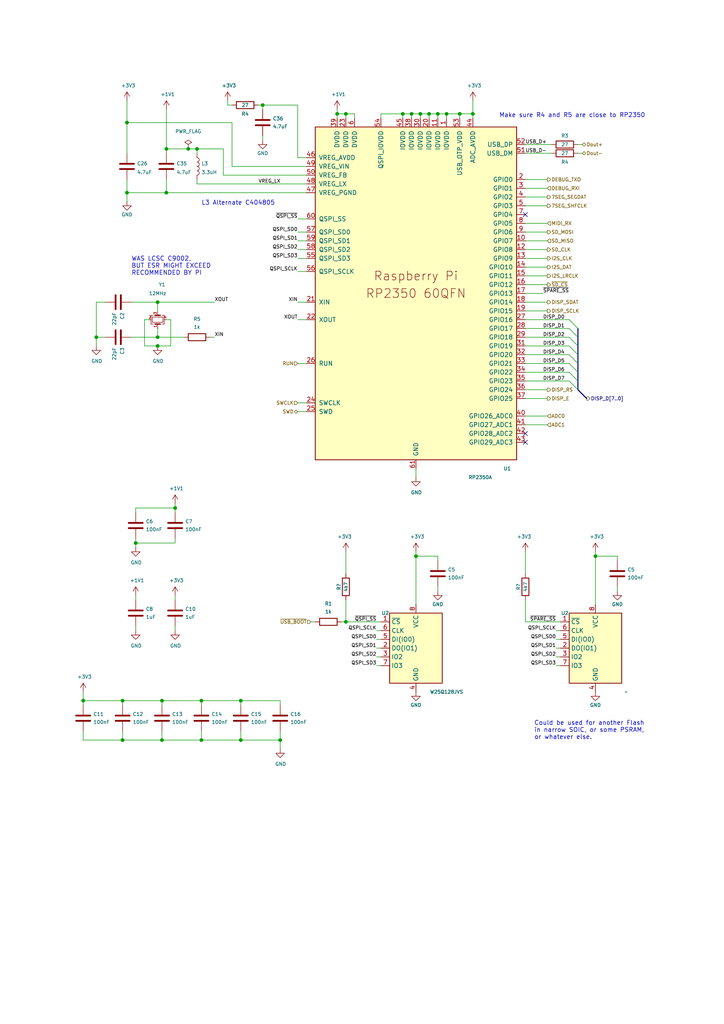
<source format=kicad_sch>
(kicad_sch (version 20230121) (generator eeschema)
  (paper "A4" portrait)
  (title_block (title "Dedicated HW for picoX7") (date "2025-03-04") (rev "0.1.1a") (company "https://github.com/GeorgeRudolf/picoX7"))
  (lib_symbols
    (symbol "Device:C" (pin_numbers hide) (pin_names (offset 0.254))
      (property "Reference" "C" (at 0.635 2.54 0))
      (property "Value" "C" (at 0.635 -2.54 0))
      (symbol "C_0_1"
        (polyline (pts (xy -2.032 -0.762) (xy 2.032 -0.762)) (stroke (width 0.508)))
        (polyline (pts (xy -2.032 0.762) (xy 2.032 0.762)) (stroke (width 0.508)))
      )
      (symbol "C_1_1"
        (pin passive line (at 0 3.81 270) (length 2.794) (name "~") (number "1"))
        (pin passive line (at 0 -3.81 90) (length 2.794) (name "~") (number "2"))
      )
    )
    (symbol "Device:Crystal_GND24_Small" (pin_names (offset 1.016) hide)
      (property "Reference" "Y" (at 1.27 4.445 0))
      (property "Value" "Crystal_GND24_Small" (at 1.27 2.54 0))
      (symbol "Crystal_GND24_Small_0_1"
        (rectangle (start -0.762 -1.524) (end 0.762 1.524))
        (polyline (pts (xy -1.27 -0.762) (xy -1.27 0.762)) (stroke (width 0.381)))
        (polyline (pts (xy 1.27 -0.762) (xy 1.27 0.762)) (stroke (width 0.381)))
        (polyline (pts (xy -1.27 -1.27) (xy -1.27 -1.905) (xy 1.27 -1.905) (xy 1.27 -1.27)))
        (polyline (pts (xy -1.27 1.27) (xy -1.27 1.905) (xy 1.27 1.905) (xy 1.27 1.27)))
      )
      (symbol "Crystal_GND24_Small_1_1"
        (pin passive line (at -2.54 0 0) (length 1.27) (name "1") (number "1"))
        (pin passive line (at 0 -2.54 90) (length 0.635) (name "2") (number "2"))
        (pin passive line (at 2.54 0 180) (length 1.27) (name "3") (number "3"))
        (pin passive line (at 0 2.54 270) (length 0.635) (name "4") (number "4"))
      )
    )
    (symbol "Device:L" (pin_numbers hide) (pin_names (offset 1.016) hide)
      (property "Reference" "L" (at -1.27 0 90))
      (property "Value" "L" (at 1.905 0 90))
      (symbol "L_0_1"
        (arc (start 0 -2.54) (mid 0.6323 -1.905) (end 0 -1.27))
        (arc (start 0 -1.27) (mid 0.6323 -0.635) (end 0 0))
        (arc (start 0 0) (mid 0.6323 0.635) (end 0 1.27))
        (arc (start 0 1.27) (mid 0.6323 1.905) (end 0 2.54))
      )
      (symbol "L_1_1"
        (pin passive line (at 0 3.81 270) (length 1.27) (name "1") (number "1"))
        (pin passive line (at 0 -3.81 90) (length 1.27) (name "2") (number "2"))
      )
    )
    (symbol "Device:R" (pin_numbers hide) (pin_names (offset 0))
      (property "Reference" "R" (at 2.032 0 90))
      (property "Value" "R" (at 0 0 90))
      (symbol "R_0_1"
        (rectangle (start -1.016 -2.54) (end 1.016 2.54) (stroke (width 0.254)))
      )
      (symbol "R_1_1"
        (pin passive line (at 0 3.81 270) (length 1.27) (name "~") (number "1"))
        (pin passive line (at 0 -3.81 90) (length 1.27) (name "~") (number "2"))
      )
    )
    (symbol "Memory_Flash:W25Q128JVS"
      (property "Reference" "U" (at -8.89 8.89 0))
      (property "Value" "W25Q128JVS" (at 7.62 8.89 0))
      (symbol "W25Q128JVS_0_1"
        (rectangle (start -7.62 10.16) (end 7.62 -10.16) (stroke (width 0.254)) (fill (type background)))
      )
      (symbol "W25Q128JVS_1_1"
        (pin input line (at -10.16 7.62 0) (length 2.54) (name "~{CS}") (number "1"))
        (pin bidirectional line (at -10.16 0 0) (length 2.54) (name "DO(IO1)") (number "2"))
        (pin bidirectional line (at -10.16 -2.54 0) (length 2.54) (name "IO2") (number "3"))
        (pin power_in line (at 0 -12.7 90) (length 2.54) (name "GND") (number "4"))
        (pin bidirectional line (at -10.16 2.54 0) (length 2.54) (name "DI(IO0)") (number "5"))
        (pin input line (at -10.16 5.08 0) (length 2.54) (name "CLK") (number "6"))
        (pin bidirectional line (at -10.16 -5.08 0) (length 2.54) (name "IO3") (number "7"))
        (pin power_in line (at 0 12.7 270) (length 2.54) (name "VCC") (number "8"))
      )
    )
    (symbol "picoX7:RP2350_60QFN" (pin_names (offset 1.016))
      (property "Reference" "U1" (at 25.4 -50.8 0))
      (property "Value" "RP2350_60QFN" (at 15.24 -53.34 0))
      (symbol "RP2350_60QFN_0_0"
        (text "Raspberry Pi" (at 0 5.08 0) (effects (font (size 2.54 2.54))))
        (text "RP2350 60QFN" (at 0 0 0) (effects (font (size 2.54 2.54))))
      )
      (symbol "RP2350_60QFN_0_1"
        (rectangle (start 29.21 48.26) (end -29.21 -48.26) (stroke (width 0.254)) (fill (type background)))
      )
      (symbol "RP2350_60QFN_1_1"
        (pin power_in line (at 8.89 50.8 270) (length 2.54) (name "IOVDD") (number "1"))
        (pin bidirectional line (at 31.75 15.24 180) (length 2.54) (name "GPIO7") (number "10"))
        (pin power_in line (at 6.35 50.8 270) (length 2.54) (name "IOVDD") (number "11"))
        (pin bidirectional line (at 31.75 12.7 180) (length 2.54) (name "GPIO8") (number "12"))
        (pin bidirectional line (at 31.75 10.16 180) (length 2.54) (name "GPIO9") (number "13"))
        (pin bidirectional line (at 31.75 7.62 180) (length 2.54) (name "GPIO10") (number "14"))
        (pin bidirectional line (at 31.75 5.08 180) (length 2.54) (name "GPIO11") (number "15"))
        (pin bidirectional line (at 31.75 2.54 180) (length 2.54) (name "GPIO12") (number "16"))
        (pin bidirectional line (at 31.75 0 180) (length 2.54) (name "GPIO13") (number "17"))
        (pin bidirectional line (at 31.75 -2.54 180) (length 2.54) (name "GPIO14") (number "18"))
        (pin bidirectional line (at 31.75 -5.08 180) (length 2.54) (name "GPIO15") (number "19"))
        (pin bidirectional line (at 31.75 33.02 180) (length 2.54) (name "GPIO0") (number "2"))
        (pin power_in line (at 3.81 50.8 270) (length 2.54) (name "IOVDD") (number "20"))
        (pin input line (at -31.75 -2.54 0) (length 2.54) (name "XIN") (number "21"))
        (pin passive line (at -31.75 -7.62 0) (length 2.54) (name "XOUT") (number "22"))
        (pin power_in line (at -20.32 50.8 270) (length 2.54) (name "DVDD") (number "23"))
        (pin output line (at -31.75 -31.75 0) (length 2.54) (name "SWCLK") (number "24"))
        (pin bidirectional line (at -31.75 -34.29 0) (length 2.54) (name "SWD") (number "25"))
        (pin input line (at -31.75 -20.32 0) (length 2.54) (name "RUN") (number "26"))
        (pin bidirectional line (at 31.75 -7.62 180) (length 2.54) (name "GPIO16") (number "27"))
        (pin bidirectional line (at 31.75 -10.16 180) (length 2.54) (name "GPIO17") (number "28"))
        (pin bidirectional line (at 31.75 -12.7 180) (length 2.54) (name "GPIO18") (number "29"))
        (pin bidirectional line (at 31.75 30.48 180) (length 2.54) (name "GPIO1") (number "3"))
        (pin power_in line (at 1.27 50.8 270) (length 2.54) (name "IOVDD") (number "30"))
        (pin bidirectional line (at 31.75 -15.24 180) (length 2.54) (name "GPIO19") (number "31"))
        (pin bidirectional line (at 31.75 -17.78 180) (length 2.54) (name "GPIO20") (number "32"))
        (pin bidirectional line (at 31.75 -20.32 180) (length 2.54) (name "GPIO21") (number "33"))
        (pin bidirectional line (at 31.75 -22.86 180) (length 2.54) (name "GPIO22") (number "34"))
        (pin bidirectional line (at 31.75 -25.4 180) (length 2.54) (name "GPIO23") (number "35"))
        (pin bidirectional line (at 31.75 -27.94 180) (length 2.54) (name "GPIO24") (number "36"))
        (pin bidirectional line (at 31.75 -30.48 180) (length 2.54) (name "GPIO25") (number "37"))
        (pin power_in line (at -1.27 50.8 270) (length 2.54) (name "IOVDD") (number "38"))
        (pin power_in line (at -22.86 50.8 270) (length 2.54) (name "DVDD") (number "39"))
        (pin bidirectional line (at 31.75 27.94 180) (length 2.54) (name "GPIO2") (number "4"))
        (pin bidirectional line (at 31.75 -35.56 180) (length 2.54) (name "GPIO26_ADC0") (number "40"))
        (pin bidirectional line (at 31.75 -38.1 180) (length 2.54) (name "GPIO27_ADC1") (number "41"))
        (pin bidirectional line (at 31.75 -40.64 180) (length 2.54) (name "GPIO28_ADC2") (number "42"))
        (pin bidirectional line (at 31.75 -43.18 180) (length 2.54) (name "GPIO29_ADC3") (number "43"))
        (pin power_in line (at 16.51 50.8 270) (length 2.54) (name "ADC_AVDD") (number "44"))
        (pin power_in line (at -3.81 50.8 270) (length 2.54) (name "IOVDD") (number "45"))
        (pin power_in line (at -31.75 39.37 0) (length 2.54) (name "VREG_AVDD") (number "46"))
        (pin power_in line (at -31.75 29.21 0) (length 2.54) (name "VREG_PGND") (number "47"))
        (pin power_out line (at -31.75 31.75 0) (length 2.54) (name "VREG_LX") (number "48"))
        (pin power_in line (at -31.75 36.83 0) (length 2.54) (name "VREG_VIN") (number "49"))
        (pin bidirectional line (at 31.75 25.4 180) (length 2.54) (name "GPIO3") (number "5"))
        (pin input line (at -31.75 34.29 0) (length 2.54) (name "VREG_FB") (number "50"))
        (pin bidirectional line (at 31.75 40.64 180) (length 2.54) (name "USB_DM") (number "51"))
        (pin bidirectional line (at 31.75 43.18 180) (length 2.54) (name "USB_DP") (number "52"))
        (pin power_in line (at 12.7 50.8 270) (length 2.54) (name "USB_OTP_VDD") (number "53"))
        (pin power_in line (at -10.16 50.8 270) (length 2.54) (name "QSPI_IOVDD") (number "54"))
        (pin bidirectional line (at -31.75 10.16 0) (length 2.54) (name "QSPI_SD3") (number "55"))
        (pin output line (at -31.75 6.35 0) (length 2.54) (name "QSPI_SCLK") (number "56"))
        (pin bidirectional line (at -31.75 17.78 0) (length 2.54) (name "QSPI_SD0") (number "57"))
        (pin bidirectional line (at -31.75 12.7 0) (length 2.54) (name "QSPI_SD2") (number "58"))
        (pin bidirectional line (at -31.75 15.24 0) (length 2.54) (name "QSPI_SD1") (number "59"))
        (pin power_in line (at -17.78 50.8 270) (length 2.54) (name "DVDD") (number "6"))
        (pin bidirectional line (at -31.75 21.59 0) (length 2.54) (name "QSPI_SS") (number "60"))
        (pin power_in line (at 0 -50.8 90) (length 2.54) (name "GND") (number "61"))
        (pin bidirectional line (at 31.75 22.86 180) (length 2.54) (name "GPIO4") (number "7"))
        (pin bidirectional line (at 31.75 20.32 180) (length 2.54) (name "GPIO5") (number "8"))
        (pin bidirectional line (at 31.75 17.78 180) (length 2.54) (name "GPIO6") (number "9"))
      )
    )
    (symbol "power:+1V1" (power) (pin_names (offset 0))
      (property "Value" "+1V1" (at 0 3.556 0))
      (symbol "+1V1_0_1"
        (polyline (pts (xy -0.762 1.27) (xy 0 2.54)))
        (polyline (pts (xy 0 0) (xy 0 2.54)))
        (polyline (pts (xy 0 2.54) (xy 0.762 1.27)))
      )
      (symbol "+1V1_1_1"
        (pin power_in line (at 0 0 90) (length 0) hide (name "+1V1") (number "1"))
      )
    )
    (symbol "power:+3V3" (power) (pin_names (offset 0))
      (property "Value" "+3V3" (at 0 3.556 0))
      (symbol "+3V3_0_1"
        (polyline (pts (xy -0.762 1.27) (xy 0 2.54)))
        (polyline (pts (xy 0 0) (xy 0 2.54)))
        (polyline (pts (xy 0 2.54) (xy 0.762 1.27)))
      )
      (symbol "+3V3_1_1"
        (pin power_in line (at 0 0 90) (length 0) hide (name "+3V3") (number "1"))
      )
    )
    (symbol "power:GND" (power) (pin_names (offset 0))
      (property "Value" "GND" (at 0 -3.81 0))
      (symbol "GND_0_1"
        (polyline (pts (xy 0 0) (xy 0 -1.27) (xy 1.27 -1.27) (xy 0 -2.54) (xy -1.27 -1.27) (xy 0 -1.27)))
      )
      (symbol "GND_1_1"
        (pin power_in line (at 0 0 270) (length 0) hide (name "GND") (number "1"))
      )
    )
    (symbol "power:PWR_FLAG" (power) (pin_numbers hide) (pin_names (offset 0) hide)
      (property "Value" "PWR_FLAG" (at 0 3.81 0))
      (symbol "PWR_FLAG_0_0"
        (pin power_out line (at 0 0 90) (length 0) (name "pwr") (number "1"))
      )
      (symbol "PWR_FLAG_0_1"
        (polyline (pts (xy 0 0) (xy 0 1.27) (xy -1.016 1.905) (xy 0 2.54) (xy 1.016 1.905) (xy 0 1.27)))
      )
    )
  )
  (junction (at 58.42 214.63))
  (junction (at 137.16 33.02))
  (junction (at 120.65 161.29))
  (junction (at 81.28 214.63))
  (junction (at 46.99 203.2))
  (junction (at 69.85 214.63))
  (junction (at 46.99 214.63))
  (junction (at 48.26 55.88))
  (junction (at 36.83 55.88))
  (junction (at 58.42 203.2))
  (junction (at 100.33 33.02))
  (junction (at 100.33 180.34))
  (junction (at 45.72 87.63))
  (junction (at 97.79 33.02))
  (junction (at 50.8 147.32))
  (junction (at 57.15 43.18))
  (junction (at 124.46 33.02))
  (junction (at 116.84 33.02))
  (junction (at 54.61 43.18))
  (junction (at 27.94 97.79))
  (junction (at 119.38 33.02))
  (junction (at 35.56 203.2))
  (junction (at 45.72 100.33))
  (junction (at 48.26 43.18))
  (junction (at 69.85 203.2))
  (junction (at 45.72 97.79))
  (junction (at 127 33.02))
  (junction (at 76.2 30.48))
  (junction (at 39.37 157.48))
  (junction (at 133.35 33.02))
  (junction (at 35.56 214.63))
  (junction (at 36.83 35.56))
  (junction (at 129.54 33.02))
  (junction (at 24.13 203.2))
  (junction (at 121.92 33.02))
  (junction (at 172.72 161.29))
  (no_connect (at 152.4 62.23))
  (no_connect (at 152.4 125.73))
  (no_connect (at 152.4 128.27))
  (bus_entry (at 165.1 97.79) (size 2.54 2.54))
  (bus_entry (at 165.1 95.25) (size 2.54 2.54))
  (bus_entry (at 165.1 105.41) (size 2.54 2.54))
  (bus_entry (at 165.1 102.87) (size 2.54 2.54))
  (bus_entry (at 165.1 92.71) (size 2.54 2.54))
  (bus_entry (at 165.1 100.33) (size 2.54 2.54))
  (bus_entry (at 165.1 110.49) (size 2.54 2.54))
  (bus_entry (at 165.1 107.95) (size 2.54 2.54))
  (wire (pts (xy 127 33.02) (xy 127 34.29)))
  (wire (pts (xy 88.9 50.8) (xy 64.77 50.8)))
  (wire (pts (xy 152.4 97.79) (xy 165.1 97.79)))
  (wire (pts (xy 172.72 160.02) (xy 172.72 161.29)))
  (wire (pts (xy 110.49 33.02) (xy 110.49 34.29)))
  (wire (pts (xy 58.42 203.2) (xy 69.85 203.2)))
  (wire (pts (xy 88.9 63.5) (xy 86.36 63.5)))
  (wire (pts (xy 121.92 33.02) (xy 121.92 34.29)))
  (wire (pts (xy 24.13 204.47) (xy 24.13 203.2)))
  (wire (pts (xy 152.4 92.71) (xy 165.1 92.71)))
  (wire (pts (xy 48.26 31.75) (xy 48.26 43.18)))
  (wire (pts (xy 36.83 29.21) (xy 36.83 35.56)))
  (wire (pts (xy 50.8 173.99) (xy 50.8 172.72)))
  (wire (pts (xy 38.1 87.63) (xy 45.72 87.63)))
  (wire (pts (xy 58.42 214.63) (xy 46.99 214.63)))
  (wire (pts (xy 74.93 30.48) (xy 76.2 30.48)))
  (wire (pts (xy 49.53 92.71) (xy 49.53 100.33)))
  (wire (pts (xy 88.9 105.41) (xy 86.36 105.41)))
  (wire (pts (xy 76.2 30.48) (xy 86.36 30.48)))
  (wire (pts (xy 86.36 74.93) (xy 88.9 74.93)))
  (wire (pts (xy 172.72 161.29) (xy 172.72 175.26)))
  (wire (pts (xy 46.99 214.63) (xy 35.56 214.63)))
  (wire (pts (xy 137.16 29.21) (xy 137.16 33.02)))
  (wire (pts (xy 36.83 35.56) (xy 36.83 44.45)))
  (wire (pts (xy 129.54 33.02) (xy 129.54 34.29)))
  (wire (pts (xy 50.8 148.59) (xy 50.8 147.32)))
  (bus (pts (xy 170.18 115.57) (xy 167.64 113.03)))
  (wire (pts (xy 158.75 87.63) (xy 152.4 87.63)))
  (wire (pts (xy 86.36 30.48) (xy 86.36 45.72)))
  (wire (pts (xy 36.83 55.88) (xy 48.26 55.88)))
  (wire (pts (xy 36.83 55.88) (xy 36.83 58.42)))
  (wire (pts (xy 100.33 173.99) (xy 100.33 180.34)))
  (wire (pts (xy 39.37 181.61) (xy 39.37 182.88)))
  (wire (pts (xy 110.49 187.96) (xy 109.22 187.96)))
  (wire (pts (xy 158.75 113.03) (xy 152.4 113.03)))
  (wire (pts (xy 46.99 212.09) (xy 46.99 214.63)))
  (wire (pts (xy 158.75 57.15) (xy 152.4 57.15)))
  (wire (pts (xy 36.83 35.56) (xy 67.31 35.56)))
  (wire (pts (xy 30.48 97.79) (xy 27.94 97.79)))
  (wire (pts (xy 88.9 116.84) (xy 86.36 116.84)))
  (wire (pts (xy 41.91 92.71) (xy 43.18 92.71)))
  (wire (pts (xy 116.84 33.02) (xy 116.84 34.29)))
  (wire (pts (xy 158.75 52.07) (xy 152.4 52.07)))
  (wire (pts (xy 60.96 97.79) (xy 62.23 97.79)))
  (wire (pts (xy 45.72 95.25) (xy 45.72 97.79)))
  (wire (pts (xy 69.85 214.63) (xy 81.28 214.63)))
  (wire (pts (xy 24.13 212.09) (xy 24.13 214.63)))
  (wire (pts (xy 45.72 87.63) (xy 62.23 87.63)))
  (wire (pts (xy 35.56 214.63) (xy 24.13 214.63)))
  (wire (pts (xy 48.26 55.88) (xy 88.9 55.88)))
  (wire (pts (xy 97.79 31.75) (xy 97.79 33.02)))
  (bus (pts (xy 167.64 110.49) (xy 167.64 113.03)))
  (wire (pts (xy 110.49 33.02) (xy 116.84 33.02)))
  (wire (pts (xy 39.37 173.99) (xy 39.37 172.72)))
  (wire (pts (xy 88.9 78.74) (xy 86.36 78.74)))
  (wire (pts (xy 127 170.18) (xy 127 171.45)))
  (wire (pts (xy 39.37 157.48) (xy 39.37 158.75)))
  (wire (pts (xy 158.75 80.01) (xy 152.4 80.01)))
  (wire (pts (xy 110.49 185.42) (xy 109.22 185.42)))
  (wire (pts (xy 45.72 97.79) (xy 53.34 97.79)))
  (wire (pts (xy 58.42 212.09) (xy 58.42 214.63)))
  (wire (pts (xy 152.4 41.91) (xy 160.02 41.91)))
  (wire (pts (xy 69.85 204.47) (xy 69.85 203.2)))
  (wire (pts (xy 158.75 74.93) (xy 152.4 74.93)))
  (wire (pts (xy 158.75 115.57) (xy 152.4 115.57)))
  (wire (pts (xy 88.9 119.38) (xy 86.36 119.38)))
  (wire (pts (xy 86.36 45.72) (xy 88.9 45.72)))
  (wire (pts (xy 46.99 203.2) (xy 58.42 203.2)))
  (wire (pts (xy 167.64 44.45) (xy 168.91 44.45)))
  (wire (pts (xy 69.85 214.63) (xy 58.42 214.63)))
  (wire (pts (xy 48.26 44.45) (xy 48.26 43.18)))
  (wire (pts (xy 69.85 203.2) (xy 81.28 203.2)))
  (wire (pts (xy 35.56 212.09) (xy 35.56 214.63)))
  (wire (pts (xy 158.75 72.39) (xy 152.4 72.39)))
  (wire (pts (xy 100.33 33.02) (xy 102.87 33.02)))
  (wire (pts (xy 133.35 33.02) (xy 133.35 34.29)))
  (wire (pts (xy 157.48 85.09) (xy 152.4 85.09)))
  (wire (pts (xy 158.75 59.69) (xy 152.4 59.69)))
  (wire (pts (xy 162.56 190.5) (xy 161.29 190.5)))
  (wire (pts (xy 81.28 217.17) (xy 81.28 214.63)))
  (wire (pts (xy 45.72 100.33) (xy 41.91 100.33)))
  (wire (pts (xy 158.75 54.61) (xy 152.4 54.61)))
  (wire (pts (xy 39.37 156.21) (xy 39.37 157.48)))
  (wire (pts (xy 158.75 67.31) (xy 152.4 67.31)))
  (wire (pts (xy 100.33 160.02) (xy 100.33 166.37)))
  (wire (pts (xy 119.38 33.02) (xy 119.38 34.29)))
  (wire (pts (xy 46.99 204.47) (xy 46.99 203.2)))
  (wire (pts (xy 162.56 187.96) (xy 161.29 187.96)))
  (wire (pts (xy 76.2 40.64) (xy 76.2 39.37)))
  (wire (pts (xy 167.64 41.91) (xy 168.91 41.91)))
  (wire (pts (xy 66.04 29.21) (xy 66.04 30.48)))
  (wire (pts (xy 57.15 53.34) (xy 88.9 53.34)))
  (wire (pts (xy 124.46 33.02) (xy 124.46 34.29)))
  (wire (pts (xy 161.29 182.88) (xy 162.56 182.88)))
  (wire (pts (xy 100.33 180.34) (xy 110.49 180.34)))
  (wire (pts (xy 35.56 204.47) (xy 35.56 203.2)))
  (wire (pts (xy 86.36 87.63) (xy 88.9 87.63)))
  (wire (pts (xy 38.1 97.79) (xy 45.72 97.79)))
  (bus (pts (xy 167.64 97.79) (xy 167.64 100.33)))
  (wire (pts (xy 120.65 160.02) (xy 120.65 161.29)))
  (wire (pts (xy 152.4 100.33) (xy 165.1 100.33)))
  (wire (pts (xy 127 161.29) (xy 120.65 161.29)))
  (wire (pts (xy 57.15 53.34) (xy 57.15 52.07)))
  (wire (pts (xy 27.94 87.63) (xy 27.94 97.79)))
  (wire (pts (xy 158.75 123.19) (xy 152.4 123.19)))
  (wire (pts (xy 67.31 48.26) (xy 88.9 48.26)))
  (wire (pts (xy 30.48 87.63) (xy 27.94 87.63)))
  (wire (pts (xy 97.79 33.02) (xy 100.33 33.02)))
  (wire (pts (xy 119.38 33.02) (xy 121.92 33.02)))
  (wire (pts (xy 50.8 157.48) (xy 50.8 156.21)))
  (wire (pts (xy 36.83 52.07) (xy 36.83 55.88)))
  (wire (pts (xy 121.92 33.02) (xy 124.46 33.02)))
  (wire (pts (xy 152.4 180.34) (xy 162.56 180.34)))
  (wire (pts (xy 100.33 33.02) (xy 100.33 34.29)))
  (wire (pts (xy 158.75 90.17) (xy 152.4 90.17)))
  (wire (pts (xy 27.94 97.79) (xy 27.94 100.33)))
  (wire (pts (xy 137.16 33.02) (xy 137.16 34.29)))
  (wire (pts (xy 179.07 170.18) (xy 179.07 171.45)))
  (wire (pts (xy 158.75 82.55) (xy 152.4 82.55)))
  (wire (pts (xy 50.8 146.05) (xy 50.8 147.32)))
  (wire (pts (xy 81.28 212.09) (xy 81.28 214.63)))
  (wire (pts (xy 35.56 203.2) (xy 46.99 203.2)))
  (wire (pts (xy 57.15 43.18) (xy 64.77 43.18)))
  (wire (pts (xy 91.44 180.34) (xy 90.17 180.34)))
  (wire (pts (xy 57.15 43.18) (xy 57.15 44.45)))
  (wire (pts (xy 39.37 148.59) (xy 39.37 147.32)))
  (wire (pts (xy 86.36 72.39) (xy 88.9 72.39)))
  (wire (pts (xy 102.87 33.02) (xy 102.87 34.29)))
  (wire (pts (xy 158.75 77.47) (xy 152.4 77.47)))
  (wire (pts (xy 48.26 43.18) (xy 54.61 43.18)))
  (bus (pts (xy 167.64 100.33) (xy 167.64 102.87)))
  (wire (pts (xy 110.49 193.04) (xy 109.22 193.04)))
  (bus (pts (xy 167.64 105.41) (xy 167.64 107.95)))
  (wire (pts (xy 127 33.02) (xy 129.54 33.02)))
  (wire (pts (xy 110.49 190.5) (xy 109.22 190.5)))
  (wire (pts (xy 120.65 135.89) (xy 120.65 138.43)))
  (wire (pts (xy 39.37 157.48) (xy 50.8 157.48)))
  (wire (pts (xy 127 162.56) (xy 127 161.29)))
  (wire (pts (xy 124.46 33.02) (xy 127 33.02)))
  (bus (pts (xy 167.64 102.87) (xy 167.64 105.41)))
  (bus (pts (xy 167.64 95.25) (xy 167.64 97.79)))
  (wire (pts (xy 58.42 204.47) (xy 58.42 203.2)))
  (wire (pts (xy 152.4 102.87) (xy 165.1 102.87)))
  (wire (pts (xy 158.75 64.77) (xy 152.4 64.77)))
  (wire (pts (xy 45.72 87.63) (xy 45.72 90.17)))
  (wire (pts (xy 162.56 193.04) (xy 161.29 193.04)))
  (wire (pts (xy 86.36 69.85) (xy 88.9 69.85)))
  (wire (pts (xy 54.61 43.18) (xy 57.15 43.18)))
  (wire (pts (xy 179.07 161.29) (xy 172.72 161.29)))
  (wire (pts (xy 152.4 110.49) (xy 165.1 110.49)))
  (wire (pts (xy 39.37 147.32) (xy 50.8 147.32)))
  (wire (pts (xy 50.8 181.61) (xy 50.8 182.88)))
  (wire (pts (xy 48.26 52.07) (xy 48.26 55.88)))
  (wire (pts (xy 88.9 92.71) (xy 86.36 92.71)))
  (wire (pts (xy 129.54 33.02) (xy 133.35 33.02)))
  (wire (pts (xy 24.13 200.66) (xy 24.13 203.2)))
  (wire (pts (xy 24.13 203.2) (xy 35.56 203.2)))
  (wire (pts (xy 48.26 92.71) (xy 49.53 92.71)))
  (wire (pts (xy 69.85 212.09) (xy 69.85 214.63)))
  (wire (pts (xy 99.06 180.34) (xy 100.33 180.34)))
  (wire (pts (xy 81.28 204.47) (xy 81.28 203.2)))
  (wire (pts (xy 152.4 44.45) (xy 160.02 44.45)))
  (wire (pts (xy 133.35 33.02) (xy 137.16 33.02)))
  (wire (pts (xy 158.75 69.85) (xy 152.4 69.85)))
  (wire (pts (xy 162.56 185.42) (xy 161.29 185.42)))
  (wire (pts (xy 109.22 182.88) (xy 110.49 182.88)))
  (wire (pts (xy 152.4 173.99) (xy 152.4 180.34)))
  (wire (pts (xy 76.2 30.48) (xy 76.2 31.75)))
  (wire (pts (xy 116.84 33.02) (xy 119.38 33.02)))
  (wire (pts (xy 152.4 105.41) (xy 165.1 105.41)))
  (wire (pts (xy 86.36 67.31) (xy 88.9 67.31)))
  (wire (pts (xy 97.79 33.02) (xy 97.79 34.29)))
  (bus (pts (xy 167.64 107.95) (xy 167.64 110.49)))
  (wire (pts (xy 41.91 100.33) (xy 41.91 92.71)))
  (wire (pts (xy 49.53 100.33) (xy 45.72 100.33)))
  (wire (pts (xy 158.75 120.65) (xy 152.4 120.65)))
  (wire (pts (xy 179.07 162.56) (xy 179.07 161.29)))
  (wire (pts (xy 152.4 160.02) (xy 152.4 166.37)))
  (wire (pts (xy 120.65 161.29) (xy 120.65 175.26)))
  (wire (pts (xy 67.31 35.56) (xy 67.31 48.26)))
  (wire (pts (xy 152.4 95.25) (xy 165.1 95.25)))
  (wire (pts (xy 66.04 30.48) (xy 67.31 30.48)))
  (wire (pts (xy 64.77 50.8) (xy 64.77 43.18)))
  (wire (pts (xy 152.4 107.95) (xy 165.1 107.95)))
  (text "Could be used for another Flash\nin narrow SOIC, or some PSRAM,\nor whatever else.\n" (at 154.94 214.63 0) (effects (font (size 1.27 1.27)) (justify left bottom)))
  (text "L3 Alternate C404805" (at 58.42 59.69 0) (effects (font (size 1.27 1.27)) (justify left bottom)))
  (text "Make sure R4 and R5 are close to RP2350" (at 144.78 34.29 0) (effects (font (size 1.27 1.27)) (justify left bottom)))
  (text "WAS LCSC C9002,\nBUT ESR MIGHT EXCEED\nRECOMMENDED BY PI" (at 38.1 80.01 0) (effects (font (size 1.27 1.27)) (justify left bottom)))
  (label "DISP_D2" (at 157.48 97.79 0) (effects (font (size 1 1))))
  (label "QSPI_SD2" (at 161.29 190.5 180) (effects (font (size 1 1))))
  (label "DISP_D7" (at 157.48 110.49 0) (effects (font (size 1 1))))
  (label "DISP_D5" (at 157.48 105.41 0) (effects (font (size 1 1))))
  (label "~{QSPI_SS}" (at 86.36 63.5 180) (effects (font (size 1 1))))
  (label "QSPI_SD0" (at 86.36 67.31 180) (effects (font (size 1 1))))
  (label "DISP_D6" (at 157.48 107.95 0) (effects (font (size 1 1))))
  (label "XIN" (at 86.36 87.63 180) (effects (font (size 1 1))))
  (label "DISP_D3" (at 157.48 100.33 0) (effects (font (size 1 1))))
  (label "DISP_D0" (at 157.48 92.71 0) (effects (font (size 1 1))))
  (label "QSPI_SD1" (at 109.22 187.96 180) (effects (font (size 1 1))))
  (label "QSPI_SD1" (at 161.29 187.96 180) (effects (font (size 1 1))))
  (label "USB_D-" (at 152.4 44.45 0) (effects (font (size 1 1))))
  (label "DISP_D1" (at 157.48 95.25 0) (effects (font (size 1 1))))
  (label "XOUT" (at 62.23 87.63 0) (effects (font (size 1 1))))
  (label "QSPI_SD2" (at 109.22 190.5 180) (effects (font (size 1 1))))
  (label "~{SPARE_SS}" (at 161.29 180.34 180) (effects (font (size 1 1))))
  (label "~{SPARE_SS}" (at 157.48 85.09 0) (effects (font (size 1 1))))
  (label "~{QSPI_SS}" (at 109.22 180.34 180) (effects (font (size 1 1))))
  (label "XIN" (at 62.23 97.79 0) (effects (font (size 1 1))))
  (label "QSPI_SCLK" (at 161.29 182.88 180) (effects (font (size 1 1))))
  (label "DISP_D4" (at 157.48 102.87 0) (effects (font (size 1 1))))
  (label "QSPI_SD3" (at 86.36 74.93 180) (effects (font (size 1 1))))
  (label "QSPI_SCLK" (at 86.36 78.74 180) (effects (font (size 1 1))))
  (label "XOUT" (at 86.36 92.71 180) (effects (font (size 1 1))))
  (label "USB_D+" (at 152.4 41.91 0) (effects (font (size 1 1))))
  (label "QSPI_SCLK" (at 109.22 182.88 180) (effects (font (size 1 1))))
  (label "QSPI_SD2" (at 86.36 72.39 180) (effects (font (size 1 1))))
  (label "QSPI_SD3" (at 161.29 193.04 180) (effects (font (size 1 1))))
  (label "QSPI_SD0" (at 109.22 185.42 180) (effects (font (size 1 1))))
  (label "QSPI_SD0" (at 161.29 185.42 180) (effects (font (size 1 1))))
  (label "QSPI_SD1" (at 86.36 69.85 180) (effects (font (size 1 1))))
  (label "VREG_LX" (at 74.93 53.34 0) (effects (font (size 1 1))))
  (label "QSPI_SD3" (at 109.22 193.04 180) (effects (font (size 1 1))))
  (hierarchical_label "ADC1" (shape input) (at 158.75 123.19 0) (effects (font (size 1 1))))
  (hierarchical_label "Dout-" (shape bidirectional) (at 168.91 44.45 0) (effects (font (size 1 1))))
  (hierarchical_label "7SEG_SEGDAT" (shape output) (at 158.75 57.15 0) (effects (font (size 1 1))))
  (hierarchical_label "~{SD_CS}" (shape output) (at 158.75 82.55 0) (effects (font (size 1 1))))
  (hierarchical_label "I2S_CLK" (shape output) (at 158.75 74.93 0) (effects (font (size 1 1))))
  (hierarchical_label "7SEG_SHFCLK" (shape output) (at 158.75 59.69 0) (effects (font (size 1 1))))
  (hierarchical_label "DISP_SDAT" (shape output) (at 158.75 87.63 0) (effects (font (size 1 1))))
  (hierarchical_label "I2S_LRCLK" (shape output) (at 158.75 80.01 0) (effects (font (size 1 1))))
  (hierarchical_label "DEBUG_TXO" (shape output) (at 158.75 52.07 0) (effects (font (size 1 1))))
  (hierarchical_label "DEBUG_RXI" (shape input) (at 158.75 54.61 0) (effects (font (size 1 1))))
  (hierarchical_label "MIDI_RX" (shape input) (at 158.75 64.77 0) (effects (font (size 1 1))))
  (hierarchical_label "ADC0" (shape input) (at 158.75 120.65 0) (effects (font (size 1 1))))
  (hierarchical_label "SD_CLK" (shape output) (at 158.75 72.39 0) (effects (font (size 1 1))))
  (hierarchical_label "DISP_RS" (shape output) (at 158.75 113.03 0) (effects (font (size 1 1))))
  (hierarchical_label "~{USB_BOOT}" (shape input) (at 90.17 180.34 180) (effects (font (size 1 1))))
  (hierarchical_label "RUN" (shape input) (at 86.36 105.41 180) (effects (font (size 1 1))))
  (hierarchical_label "DISP_D[7..0]" (shape output) (at 170.18 115.57 0) (effects (font (size 1 1))))
  (hierarchical_label "SD_MOSI" (shape output) (at 158.75 67.31 0) (effects (font (size 1 1))))
  (hierarchical_label "SWCLK" (shape input) (at 86.36 116.84 180) (effects (font (size 1 1))))
  (hierarchical_label "Dout+" (shape bidirectional) (at 168.91 41.91 0) (effects (font (size 1 1))))
  (hierarchical_label "SD_MISO" (shape input) (at 158.75 69.85 0) (effects (font (size 1 1))))
  (hierarchical_label "DISP_E" (shape output) (at 158.75 115.57 0) (effects (font (size 1 1))))
  (hierarchical_label "DISP_SCLK" (shape output) (at 158.75 90.17 0) (effects (font (size 1 1))))
  (hierarchical_label "SWD" (shape bidirectional) (at 86.36 119.38 180) (effects (font (size 1 1))))
  (hierarchical_label "I2S_DAT" (shape output) (at 158.75 77.47 0) (effects (font (size 1 1))))
  (symbol (lib_id "power:+3V3") (at 152.4 160.02 0) (mirror y) (unit 1)
    (property "Reference" "#PWR097" (effects hide))
    (property "Value" "+3V3" (at 152.019 155.6258 0) (effects (font (size 1 1))))
    (instances (project "gbscsi2" (path "" (reference "#PWR097") (unit 1))) (project "picoX7" (path "" (reference "#PWR098") (unit 1))) (project "RP2350_60QFN_minimal" (path "" (reference "#PWR0106") (unit 1))))
  )
  (symbol (lib_id "Device:C") (at 76.2 35.56 0) (unit 1)
    (property "Reference" "C36" (at 79.121 34.3916 0) (effects (font (size 1 1)) (justify left)))
    (property "Value" "4.7uF" (at 79.121 36.703 0) (effects (font (size 1 1)) (justify left)))
    (property "Footprint" "Capacitor_SMD:C_0402_1005Metric" (effects hide))
    (property "LCSC Part #" "C23733" (effects hide))
    (property "LCSC" "C23733" (effects hide))
    (instances (project "gbscsi2" (path "" (reference "C36") (unit 1))) (project "picoX7" (path "" (reference "C6") (unit 1))) (project "RP2350_60QFN_minimal" (path "" (reference "C10") (unit 1))))
  )
  (symbol (lib_id "power:+3V3") (at 36.83 29.21 0) (unit 1)
    (property "Reference" "#PWR097" (effects hide))
    (property "Value" "+3V3" (at 37.211 24.8158 0) (effects (font (size 1 1))))
    (instances (project "gbscsi2" (path "" (reference "#PWR097") (unit 1))) (project "picoX7" (path "" (reference "#PWR07") (unit 1))) (project "RP2350_60QFN_minimal" (path "" (reference "#PWR0106") (unit 1))))
  )
  (symbol (lib_id "Device:R") (at 152.4 170.18 180) (unit 1)
    (property "Reference" "R?" (at 150.368 170.18 90) (effects (font (size 1 1))))
    (property "Value" "4k7" (at 152.4 170.18 90) (effects (font (size 1 1))))
    (property "Footprint" "Resistor_SMD:R_0402_1005Metric" (effects hide))
    (property "LCSC" "C25905" (effects hide))
    (property "LCSC Part #" "C25905" (effects hide))
    (instances (project "ZuluSCSI-Pico-OSHW" (path "" (reference "R?") (unit 1))) (project "cpu" (path "" (reference "R?") (unit 1))) (project "gbscsi2" (path "" (reference "R54") (unit 1))) (project "picoX7" (path "" (reference "R34") (unit 1))))
  )
  (symbol (lib_id "Device:Crystal_GND24_Small") (at 45.72 92.71 270) (mirror x) (unit 1)
    (property "Reference" "Y1" (at 46.99 82.55 90) (effects (font (size 1 1))))
    (property "Value" "12MHz" (at 45.72 85.09 90) (effects (font (size 1 1))))
    (property "Footprint" "Crystal:Crystal_SMD_3225-4Pin_3.2x2.5mm" (effects hide))
    (property "LCSC" "C133334" (effects hide))
    (property "LCSC Part #" "C133334" (effects hide))
  )
  (symbol (lib_id "picoX7:RP2350_60QFN") (at 120.65 85.09 0) (unit 1)
    (property "Reference" "U1" (at 146.05 135.89 0) (effects (font (size 1 1)) (justify left)))
    (property "Value" "RP2350A" (at 135.89 138.43 0) (effects (font (size 1 1)) (justify left)))
    (property "Footprint" "picoX7:RP2350-QFN-60-1EP_7x7_P0.4mm_EP3.4x3.4mm_ThermalVias" (effects hide))
    (property "LCSC Part #" "C42411118" (effects hide))
    (property "LCSC" "C42411118" (effects hide))
  )
  (symbol (lib_id "Device:C") (at 34.29 97.79 270) (unit 1)
    (property "Reference" "C3" (at 35.4584 100.711 0) (effects (font (size 1 1)) (justify left)))
    (property "Value" "22pF" (at 33.147 100.711 0) (effects (font (size 1 1)) (justify left)))
    (property "Footprint" "Capacitor_SMD:C_0402_1005Metric" (effects hide))
    (property "LCSC" "C1555" (effects hide))
    (property "LCSC Part #" "C1555" (effects hide))
    (instances (project "RP2040_minimal" (path "" (reference "C3") (unit 1))) (project "gbscsi2" (path "" (reference "C21") (unit 1))) (project "picoX7" (path "" (reference "C3") (unit 1))))
  )
  (symbol (lib_id "Device:R") (at 95.25 180.34 270) (unit 1)
    (property "Reference" "R1" (at 95.25 175.0822 90) (effects (font (size 1 1))))
    (property "Value" "1k" (at 95.25 177.3936 90) (effects (font (size 1 1))))
    (property "Footprint" "Resistor_SMD:R_0402_1005Metric" (effects hide))
    (property "LCSC" "C11702" (effects hide))
    (property "LCSC Part #" "C11702" (effects hide))
    (instances (project "RP2040_minimal" (path "" (reference "R1") (unit 1))) (project "gbscsi2" (path "" (reference "R53") (unit 1))) (project "picoX7" (path "" (reference "R3") (unit 1))))
  )
  (symbol (lib_id "power:GND") (at 39.37 182.88 0) (unit 1)
    (property "Reference" "#PWR013" (effects hide))
    (property "Value" "GND" (at 39.497 187.2742 0) (effects (font (size 1 1))))
    (instances (project "RP2040_minimal" (path "" (reference "#PWR013") (unit 1))) (project "gbscsi2" (path "" (reference "#PWR082") (unit 1))) (project "picoX7" (path "" (reference "#PWR017") (unit 1))))
  )
  (symbol (lib_id "Device:C") (at 34.29 87.63 270) (unit 1)
    (property "Reference" "C2" (at 35.4584 90.551 0) (effects (font (size 1 1)) (justify left)))
    (property "Value" "22pF" (at 33.147 90.551 0) (effects (font (size 1 1)) (justify left)))
    (property "Footprint" "Capacitor_SMD:C_0402_1005Metric" (effects hide))
    (property "LCSC" "C1555" (effects hide))
    (property "LCSC Part #" "C1555" (effects hide))
    (instances (project "RP2040_minimal" (path "" (reference "C2") (unit 1))) (project "gbscsi2" (path "" (reference "C20") (unit 1))) (project "picoX7" (path "" (reference "C2") (unit 1))))
  )
  (symbol (lib_id "Device:R") (at 71.12 30.48 270) (unit 1)
    (property "Reference" "R4" (at 71.12 33.02 90) (effects (font (size 1 1))))
    (property "Value" "27" (at 71.12 30.48 90) (effects (font (size 1 1))))
    (property "Footprint" "Resistor_SMD:R_0402_1005Metric" (effects hide))
    (property "LCSC" "C25092" (effects hide))
    (property "LCSC Part #" "C25092" (effects hide))
    (instances (project "RP2040_minimal" (path "" (reference "R4") (unit 1))) (project "gbscsi2" (path "" (reference "R49") (unit 1))) (project "picoX7" (path "" (reference "R35") (unit 1))))
  )
  (symbol (lib_id "Device:C") (at 48.26 48.26 0) (unit 1)
    (property "Reference" "C35" (at 51.181 47.4253 0) (effects (font (size 1 1)) (justify left)))
    (property "Value" "4.7uF" (at 51.181 49.9622 0) (effects (font (size 1 1)) (justify left)))
    (property "Footprint" "Capacitor_SMD:C_0603_1608Metric" (effects hide))
    (property "LCSC Part #" "C19666" (effects hide))
    (property "LCSC" "C19666" (effects hide))
    (instances (project "gbscsi2" (path "" (reference "C35") (unit 1))) (project "picoX7" (path "" (reference "C5") (unit 1))) (project "RP2350_60QFN_minimal" (path "" (reference "C7") (unit 1))))
  )
  (symbol (lib_id "Device:R") (at 100.33 170.18 180) (unit 1)
    (property "Reference" "R?" (at 98.298 170.18 90) (effects (font (size 1 1))))
    (property "Value" "4k7" (at 100.33 170.18 90) (effects (font (size 1 1))))
    (property "Footprint" "Resistor_SMD:R_0402_1005Metric" (effects hide))
    (property "LCSC" "C25905" (effects hide))
    (property "LCSC Part #" "C25905" (effects hide))
    (instances (project "ZuluSCSI-Pico-OSHW" (path "" (reference "R?") (unit 1))) (project "cpu" (path "" (reference "R?") (unit 1))) (project "gbscsi2" (path "" (reference "R54") (unit 1))) (project "picoX7" (path "" (reference "R1") (unit 1))))
  )
  (symbol (lib_id "power:GND") (at 81.28 217.17 0) (unit 1)
    (property "Reference" "#PWR023" (effects hide))
    (property "Value" "GND" (at 81.407 221.5642 0) (effects (font (size 1 1))))
    (instances (project "RP2040_minimal" (path "" (reference "#PWR023") (unit 1))) (project "gbscsi2" (path "" (reference "#PWR088") (unit 1))) (project "picoX7" (path "" (reference "#PWR021") (unit 1))))
  )
  (symbol (lib_id "power:+1V1") (at 39.37 172.72 0) (unit 1)
    (property "Reference" "#PWR014" (effects hide))
    (property "Value" "+1V1" (at 39.751 168.3258 0) (effects (font (size 1 1))))
    (instances (project "RP2040_minimal" (path "" (reference "#PWR014") (unit 1))) (project "gbscsi2" (path "" (reference "#PWR081") (unit 1))) (project "picoX7" (path "" (reference "#PWR016") (unit 1))))
  )
  (symbol (lib_id "Device:C") (at 39.37 152.4 0) (unit 1)
    (property "Reference" "C6" (at 42.291 151.2316 0) (effects (font (size 1 1)) (justify left)))
    (property "Value" "100nF" (at 42.291 153.543 0) (effects (font (size 1 1)) (justify left)))
    (property "Footprint" "Capacitor_SMD:C_0402_1005Metric" (effects hide))
    (property "LCSC" "C307331" (effects hide))
    (property "LCSC Part #" "C307331" (effects hide))
    (instances (project "RP2040_minimal" (path "" (reference "C6") (unit 1))) (project "gbscsi2" (path "" (reference "C22") (unit 1))) (project "picoX7" (path "" (reference "C7") (unit 1))))
  )
  (symbol (lib_id "Device:C") (at 24.13 208.28 0) (unit 1)
    (property "Reference" "C11" (at 27.051 207.1116 0) (effects (font (size 1 1)) (justify left)))
    (property "Value" "100nF" (at 27.051 209.423 0) (effects (font (size 1 1)) (justify left)))
    (property "Footprint" "Capacitor_SMD:C_0402_1005Metric" (effects hide))
    (property "LCSC" "C307331" (effects hide))
    (property "LCSC Part #" "C307331" (effects hide))
    (instances (project "RP2040_minimal" (path "" (reference "C11") (unit 1))) (project "gbscsi2" (path "" (reference "C27") (unit 1))) (project "picoX7" (path "" (reference "C11") (unit 1))))
  )
  (symbol (lib_id "power:GND") (at 50.8 182.88 0) (unit 1)
    (property "Reference" "#PWR018" (effects hide))
    (property "Value" "GND" (at 50.927 187.2742 0) (effects (font (size 1 1))))
    (instances (project "RP2040_minimal" (path "" (reference "#PWR018") (unit 1))) (project "gbscsi2" (path "" (reference "#PWR085") (unit 1))) (project "picoX7" (path "" (reference "#PWR020") (unit 1))))
  )
  (symbol (lib_id "power:GND") (at 36.83 58.42 0) (mirror y) (unit 1)
    (property "Reference" "#PWR0101" (effects hide))
    (property "Value" "GND" (at 36.83 62.23 0) (effects (font (size 1 1))))
    (instances (project "gbscsi2" (path "" (reference "#PWR0101") (unit 1))) (project "picoX7" (path "" (reference "#PWR08") (unit 1))) (project "RP2350_60QFN_minimal" (path "" (reference "#PWR0108") (unit 1))))
  )
  (symbol (lib_id "Device:R") (at 163.83 41.91 270) (unit 1)
    (property "Reference" "R3" (at 163.83 39.37 90) (effects (font (size 1 1))))
    (property "Value" "27" (at 163.83 41.91 90) (effects (font (size 1 1))))
    (property "Footprint" "Resistor_SMD:R_0402_1005Metric" (effects hide))
    (property "LCSC" "C25092" (effects hide))
    (property "LCSC Part #" "C25092" (effects hide))
    (instances (project "RP2040_minimal" (path "" (reference "R3") (unit 1))) (project "gbscsi2" (path "" (reference "R48") (unit 1))) (project "picoX7" (path "" (reference "R4") (unit 1))))
  )
  (symbol (lib_id "power:+3V3") (at 120.65 160.02 0) (unit 1)
    (property "Reference" "#PWR07" (effects hide))
    (property "Value" "+3V3" (at 121.031 155.6258 0) (effects (font (size 1 1))))
    (instances (project "RP2040_minimal" (path "" (reference "#PWR07") (unit 1))) (project "gbscsi2" (path "" (reference "#PWR091") (unit 1))) (project "picoX7" (path "" (reference "#PWR03") (unit 1))))
  )
  (symbol (lib_id "power:GND") (at 76.2 40.64 0) (unit 1)
    (property "Reference" "#PWR0100" (effects hide))
    (property "Value" "GND" (at 76.2 44.45 0) (effects (font (size 1 1))))
    (instances (project "gbscsi2" (path "" (reference "#PWR0100") (unit 1))) (project "picoX7" (path "" (reference "#PWR011") (unit 1))) (project "RP2350_60QFN_minimal" (path "" (reference "#PWR0107") (unit 1))))
  )
  (symbol (lib_id "power:GND") (at 39.37 158.75 0) (unit 1)
    (property "Reference" "#PWR012" (effects hide))
    (property "Value" "GND" (at 39.497 163.1442 0) (effects (font (size 1 1))))
    (instances (project "RP2040_minimal" (path "" (reference "#PWR012") (unit 1))) (project "gbscsi2" (path "" (reference "#PWR080") (unit 1))) (project "picoX7" (path "" (reference "#PWR015") (unit 1))))
  )
  (symbol (lib_id "Memory_Flash:W25Q128JVS") (at 172.72 187.96 0) (unit 1)
    (property "Reference" "U2" (at 163.83 177.8 0) (effects (font (size 1 1))))
    (property "Value" "~" (at 181.61 200.66 0) (effects (font (size 1 1))))
    (property "Footprint" "Package_SO:SOIC-8_3.9x4.9mm_P1.27mm" (effects hide))
    (property "LCSC" "N/A" (effects hide))
    (property "LCSC Part #" "N/A" (effects hide))
    (instances (project "RP2040_minimal" (path "" (reference "U2") (unit 1))) (project "gbscsi2" (path "" (reference "U10") (unit 1))) (project "picoX7" (path "" (reference "U15") (unit 1))))
  )
  (symbol (lib_id "Device:C") (at 46.99 208.28 0) (unit 1)
    (property "Reference" "C13" (at 49.911 207.1116 0) (effects (font (size 1 1)) (justify left)))
    (property "Value" "100nF" (at 49.911 209.423 0) (effects (font (size 1 1)) (justify left)))
    (property "Footprint" "Capacitor_SMD:C_0402_1005Metric" (effects hide))
    (property "LCSC" "C307331" (effects hide))
    (property "LCSC Part #" "C307331" (effects hide))
    (instances (project "RP2040_minimal" (path "" (reference "C13") (unit 1))) (project "gbscsi2" (path "" (reference "C29") (unit 1))) (project "picoX7" (path "" (reference "C13") (unit 1))))
  )
  (symbol (lib_id "power:GND") (at 27.94 100.33 0) (unit 1)
    (property "Reference" "#PWR06" (effects hide))
    (property "Value" "GND" (at 28.067 104.7242 0) (effects (font (size 1 1))))
    (instances (project "RP2040_minimal" (path "" (reference "#PWR06") (unit 1))) (project "gbscsi2" (path "" (reference "#PWR040") (unit 1))) (project "picoX7" (path "" (reference "#PWR01") (unit 1))))
  )
  (symbol (lib_id "power:GND") (at 172.72 200.66 0) (unit 1)
    (property "Reference" "#PWR08" (effects hide))
    (property "Value" "GND" (at 172.72 204.47 0) (effects (font (size 1 1))))
    (instances (project "RP2040_minimal" (path "" (reference "#PWR08") (unit 1))) (project "gbscsi2" (path "" (reference "#PWR092") (unit 1))) (project "picoX7" (path "" (reference "#PWR097") (unit 1))))
  )
  (symbol (lib_id "power:GND") (at 45.72 100.33 0) (unit 1)
    (property "Reference" "#PWR06" (effects hide))
    (property "Value" "GND" (at 45.847 104.7242 0) (effects (font (size 1 1))))
    (instances (project "RP2040_minimal" (path "" (reference "#PWR06") (unit 1))) (project "gbscsi2" (path "" (reference "#PWR011") (unit 1))) (project "picoX7" (path "" (reference "#PWR05") (unit 1))))
  )
  (symbol (lib_id "power:GND") (at 127 171.45 0) (unit 1)
    (property "Reference" "#PWR011" (effects hide))
    (property "Value" "GND" (at 127 175.26 0) (effects (font (size 1 1))))
    (instances (project "RP2040_minimal" (path "" (reference "#PWR011") (unit 1))) (project "gbscsi2" (path "" (reference "#PWR093") (unit 1))) (project "picoX7" (path "" (reference "#PWR02") (unit 1))))
  )
  (symbol (lib_id "Device:C") (at 50.8 152.4 0) (unit 1)
    (property "Reference" "C7" (at 53.721 151.2316 0) (effects (font (size 1 1)) (justify left)))
    (property "Value" "100nF" (at 53.721 153.543 0) (effects (font (size 1 1)) (justify left)))
    (property "Footprint" "Capacitor_SMD:C_0402_1005Metric" (effects hide))
    (property "LCSC" "C307331" (effects hide))
    (property "LCSC Part #" "C307331" (effects hide))
    (instances (project "RP2040_minimal" (path "" (reference "C7") (unit 1))) (project "gbscsi2" (path "" (reference "C24") (unit 1))) (project "picoX7" (path "" (reference "C9") (unit 1))))
  )
  (symbol (lib_id "power:GND") (at 120.65 138.43 0) (unit 1)
    (property "Reference" "#PWR016" (effects hide))
    (property "Value" "GND" (at 120.777 142.8242 0) (effects (font (size 1 1))))
    (instances (project "RP2040_minimal" (path "" (reference "#PWR016") (unit 1))) (project "gbscsi2" (path "" (reference "#PWR07") (unit 1))) (project "picoX7" (path "" (reference "#PWR013") (unit 1))))
  )
  (symbol (lib_id "Device:C") (at 179.07 166.37 0) (unit 1)
    (property "Reference" "C5" (at 181.991 165.2016 0) (effects (font (size 1 1)) (justify left)))
    (property "Value" "100nF" (at 181.991 167.513 0) (effects (font (size 1 1)) (justify left)))
    (property "Footprint" "Capacitor_SMD:C_0402_1005Metric" (effects hide))
    (property "LCSC" "C307331" (effects hide))
    (property "LCSC Part #" "C307331" (effects hide))
    (instances (project "RP2040_minimal" (path "" (reference "C5") (unit 1))) (project "gbscsi2" (path "" (reference "C34") (unit 1))) (project "picoX7" (path "" (reference "C43") (unit 1))))
  )
  (symbol (lib_id "Memory_Flash:W25Q128JVS") (at 120.65 187.96 0) (unit 1)
    (property "Reference" "U2" (at 111.76 177.8 0) (effects (font (size 1 1))))
    (property "Value" "W25Q128JVS" (at 129.54 200.66 0) (effects (font (size 1 1))))
    (property "Footprint" "Package_SO:SOIC-8_5.23x5.23mm_P1.27mm" (effects hide))
    (property "Datasheet" "http://www.winbond.com/resource-files/w25q128jv_dtr%20revc%2003272018%20plus.pdf" (effects hide))
    (property "LCSC" "C97521" (effects hide))
    (property "LCSC Part #" "C97521" (effects hide))
    (instances (project "RP2040_minimal" (path "" (reference "U2") (unit 1))) (project "gbscsi2" (path "" (reference "U10") (unit 1))) (project "picoX7" (path "" (reference "U2") (unit 1))))
  )
  (symbol (lib_id "Device:C") (at 58.42 208.28 0) (unit 1)
    (property "Reference" "C14" (at 61.341 207.1116 0) (effects (font (size 1 1)) (justify left)))
    (property "Value" "100nF" (at 61.341 209.423 0) (effects (font (size 1 1)) (justify left)))
    (property "Footprint" "Capacitor_SMD:C_0402_1005Metric" (effects hide))
    (property "LCSC" "C307331" (effects hide))
    (property "LCSC Part #" "C307331" (effects hide))
    (instances (project "RP2040_minimal" (path "" (reference "C14") (unit 1))) (project "gbscsi2" (path "" (reference "C30") (unit 1))) (project "picoX7" (path "" (reference "C14") (unit 1))))
  )
  (symbol (lib_id "Device:C") (at 127 166.37 0) (unit 1)
    (property "Reference" "C5" (at 129.921 165.2016 0) (effects (font (size 1 1)) (justify left)))
    (property "Value" "100nF" (at 129.921 167.513 0) (effects (font (size 1 1)) (justify left)))
    (property "Footprint" "Capacitor_SMD:C_0402_1005Metric" (effects hide))
    (property "LCSC" "C307331" (effects hide))
    (property "LCSC Part #" "C307331" (effects hide))
    (instances (project "RP2040_minimal" (path "" (reference "C5") (unit 1))) (project "gbscsi2" (path "" (reference "C34") (unit 1))) (project "picoX7" (path "" (reference "C1") (unit 1))))
  )
  (symbol (lib_id "Device:C") (at 39.37 177.8 0) (unit 1)
    (property "Reference" "C8" (at 42.291 176.6316 0) (effects (font (size 1 1)) (justify left)))
    (property "Value" "1uF" (at 42.291 178.943 0) (effects (font (size 1 1)) (justify left)))
    (property "Footprint" "Capacitor_SMD:C_0402_1005Metric" (effects hide))
    (property "LCSC" "C52923" (effects hide))
    (property "LCSC Part #" "C52923" (effects hide))
    (instances (project "RP2040_minimal" (path "" (reference "C8") (unit 1))) (project "gbscsi2" (path "" (reference "C23") (unit 1))) (project "picoX7" (path "" (reference "C8") (unit 1))))
  )
  (symbol (lib_id "power:+3V3") (at 172.72 160.02 0) (unit 1)
    (property "Reference" "#PWR07" (effects hide))
    (property "Value" "+3V3" (at 173.101 155.6258 0) (effects (font (size 1 1))))
    (instances (project "RP2040_minimal" (path "" (reference "#PWR07") (unit 1))) (project "gbscsi2" (path "" (reference "#PWR091") (unit 1))) (project "picoX7" (path "" (reference "#PWR096") (unit 1))))
  )
  (symbol (lib_id "power:+1V1") (at 50.8 146.05 0) (unit 1)
    (property "Reference" "#PWR014" (effects hide))
    (property "Value" "+1V1" (at 51.181 141.6558 0) (effects (font (size 1 1))))
    (instances (project "RP2040_minimal" (path "" (reference "#PWR014") (unit 1))) (project "gbscsi2" (path "" (reference "#PWR083") (unit 1))) (project "picoX7" (path "" (reference "#PWR018") (unit 1))))
  )
  (symbol (lib_id "power:GND") (at 179.07 171.45 0) (unit 1)
    (property "Reference" "#PWR011" (effects hide))
    (property "Value" "GND" (at 179.07 175.26 0) (effects (font (size 1 1))))
    (instances (project "RP2040_minimal" (path "" (reference "#PWR011") (unit 1))) (project "gbscsi2" (path "" (reference "#PWR093") (unit 1))) (project "picoX7" (path "" (reference "#PWR095") (unit 1))))
  )
  (symbol (lib_id "power:+3V3") (at 24.13 200.66 0) (unit 1)
    (property "Reference" "#PWR017" (effects hide))
    (property "Value" "+3V3" (at 24.511 196.2658 0) (effects (font (size 1 1))))
    (instances (project "RP2040_minimal" (path "" (reference "#PWR017") (unit 1))) (project "gbscsi2" (path "" (reference "#PWR090") (unit 1))) (project "picoX7" (path "" (reference "#PWR022") (unit 1))))
  )
  (symbol (lib_id "Device:C") (at 69.85 208.28 0) (unit 1)
    (property "Reference" "C15" (at 72.771 207.1116 0) (effects (font (size 1 1)) (justify left)))
    (property "Value" "100nF" (at 72.771 209.423 0) (effects (font (size 1 1)) (justify left)))
    (property "Footprint" "Capacitor_SMD:C_0402_1005Metric" (effects hide))
    (property "LCSC" "C307331" (effects hide))
    (property "LCSC Part #" "C307331" (effects hide))
    (instances (project "RP2040_minimal" (path "" (reference "C15") (unit 1))) (project "gbscsi2" (path "" (reference "C31") (unit 1))) (project "picoX7" (path "" (reference "C15") (unit 1))))
  )
  (symbol (lib_id "power:+1V1") (at 48.26 31.75 0) (unit 1)
    (property "Reference" "#PWR098" (effects hide))
    (property "Value" "+1V1" (at 48.641 27.3558 0) (effects (font (size 1 1))))
    (instances (project "gbscsi2" (path "" (reference "#PWR098") (unit 1))) (project "picoX7" (path "" (reference "#PWR09") (unit 1))) (project "RP2350_60QFN_minimal" (path "" (reference "#PWR0105") (unit 1))))
  )
  (symbol (lib_id "Device:C") (at 36.83 48.26 0) (unit 1)
    (property "Reference" "C26" (at 39.751 47.4253 0) (effects (font (size 1 1)) (justify left)))
    (property "Value" "4.7uF" (at 39.751 49.9622 0) (effects (font (size 1 1)) (justify left)))
    (property "Footprint" "Capacitor_SMD:C_0603_1608Metric" (effects hide))
    (property "LCSC Part #" "C23733" (effects hide))
    (property "LCSC" "C23733" (effects hide))
    (instances (project "gbscsi2" (path "" (reference "C26") (unit 1))) (project "picoX7" (path "" (reference "C4") (unit 1))) (project "RP2350_60QFN_minimal" (path "" (reference "C6") (unit 1))))
  )
  (symbol (lib_id "Device:C") (at 81.28 208.28 0) (unit 1)
    (property "Reference" "C16" (at 84.201 207.1116 0) (effects (font (size 1 1)) (justify left)))
    (property "Value" "100nF" (at 84.201 209.423 0) (effects (font (size 1 1)) (justify left)))
    (property "Footprint" "Capacitor_SMD:C_0402_1005Metric" (effects hide))
    (property "LCSC" "C307331" (effects hide))
    (property "LCSC Part #" "C307331" (effects hide))
    (instances (project "RP2040_minimal" (path "" (reference "C16") (unit 1))) (project "gbscsi2" (path "" (reference "C32") (unit 1))) (project "picoX7" (path "" (reference "C16") (unit 1))))
  )
  (symbol (lib_id "power:+3V3") (at 100.33 160.02 0) (mirror y) (unit 1)
    (property "Reference" "#PWR097" (effects hide))
    (property "Value" "+3V3" (at 99.949 155.6258 0) (effects (font (size 1 1))))
    (instances (project "gbscsi2" (path "" (reference "#PWR097") (unit 1))) (project "picoX7" (path "" (reference "#PWR06") (unit 1))) (project "RP2350_60QFN_minimal" (path "" (reference "#PWR0106") (unit 1))))
  )
  (symbol (lib_id "Device:C") (at 50.8 177.8 0) (unit 1)
    (property "Reference" "C10" (at 53.721 176.6316 0) (effects (font (size 1 1)) (justify left)))
    (property "Value" "1uF" (at 53.721 178.943 0) (effects (font (size 1 1)) (justify left)))
    (property "Footprint" "Capacitor_SMD:C_0402_1005Metric" (effects hide))
    (property "LCSC" "C52923" (effects hide))
    (property "LCSC Part #" "C52923" (effects hide))
    (instances (project "RP2040_minimal" (path "" (reference "C10") (unit 1))) (project "gbscsi2" (path "" (reference "C25") (unit 1))) (project "picoX7" (path "" (reference "C10") (unit 1))))
  )
  (symbol (lib_id "power:+3V3") (at 137.16 29.21 0) (unit 1)
    (property "Reference" "#PWR017" (effects hide))
    (property "Value" "+3V3" (at 137.541 24.8158 0) (effects (font (size 1 1))))
    (instances (project "RP2040_minimal" (path "" (reference "#PWR017") (unit 1))) (project "gbscsi2" (path "" (reference "#PWR09") (unit 1))) (project "picoX7" (path "" (reference "#PWR014") (unit 1))))
  )
  (symbol (lib_id "Device:C") (at 35.56 208.28 0) (unit 1)
    (property "Reference" "C12" (at 38.481 207.1116 0) (effects (font (size 1 1)) (justify left)))
    (property "Value" "100nF" (at 38.481 209.423 0) (effects (font (size 1 1)) (justify left)))
    (property "Footprint" "Capacitor_SMD:C_0402_1005Metric" (effects hide))
    (property "LCSC" "C307331" (effects hide))
    (property "LCSC Part #" "C307331" (effects hide))
    (instances (project "RP2040_minimal" (path "" (reference "C12") (unit 1))) (project "gbscsi2" (path "" (reference "C28") (unit 1))) (project "picoX7" (path "" (reference "C12") (unit 1))))
  )
  (symbol (lib_id "power:+3V3") (at 66.04 29.21 0) (unit 1)
    (property "Reference" "#PWR099" (effects hide))
    (property "Value" "+3V3" (at 66.421 24.8158 0) (effects (font (size 1 1))))
    (instances (project "gbscsi2" (path "" (reference "#PWR099") (unit 1))) (project "picoX7" (path "" (reference "#PWR010") (unit 1))) (project "RP2350_60QFN_minimal" (path "" (reference "#PWR0103") (unit 1))))
  )
  (symbol (lib_id "power:+1V1") (at 97.79 31.75 0) (unit 1)
    (property "Reference" "#PWR014" (effects hide))
    (property "Value" "+1V1" (at 98.171 27.3558 0) (effects (font (size 1 1))))
    (instances (project "RP2040_minimal" (path "" (reference "#PWR014") (unit 1))) (project "gbscsi2" (path "" (reference "#PWR05") (unit 1))) (project "picoX7" (path "" (reference "#PWR012") (unit 1))))
  )
  (symbol (lib_id "Device:R") (at 163.83 44.45 270) (unit 1)
    (property "Reference" "R4" (at 163.83 46.99 90) (effects (font (size 1 1))))
    (property "Value" "27" (at 163.83 44.45 90) (effects (font (size 1 1))))
    (property "Footprint" "Resistor_SMD:R_0402_1005Metric" (effects hide))
    (property "LCSC" "C25092" (effects hide))
    (property "LCSC Part #" "C25092" (effects hide))
    (instances (project "RP2040_minimal" (path "" (reference "R4") (unit 1))) (project "gbscsi2" (path "" (reference "R49") (unit 1))) (project "picoX7" (path "" (reference "R5") (unit 1))))
  )
  (symbol (lib_id "Device:R") (at 57.15 97.79 270) (unit 1)
    (property "Reference" "R5" (at 57.15 92.5322 90) (effects (font (size 1 1))))
    (property "Value" "1k" (at 57.15 94.8436 90) (effects (font (size 1 1))))
    (property "Footprint" "Resistor_SMD:R_0402_1005Metric" (effects hide))
    (property "LCSC" "C11702" (effects hide))
    (property "LCSC Part #" "C11702" (effects hide))
    (instances (project "RP2040_minimal" (path "" (reference "R5") (unit 1))) (project "gbscsi2" (path "" (reference "R14") (unit 1))) (project "picoX7" (path "" (reference "R2") (unit 1))))
  )
  (symbol (lib_id "power:+3V3") (at 50.8 172.72 0) (unit 1)
    (property "Reference" "#PWR017" (effects hide))
    (property "Value" "+3V3" (at 51.181 168.3258 0) (effects (font (size 1 1))))
    (instances (project "RP2040_minimal" (path "" (reference "#PWR017") (unit 1))) (project "gbscsi2" (path "" (reference "#PWR084") (unit 1))) (project "picoX7" (path "" (reference "#PWR019") (unit 1))))
  )
  (symbol (lib_id "Device:L") (at 57.15 48.26 0) (unit 1)
    (property "Reference" "L3" (at 58.42 47.4253 0) (effects (font (size 1 1)) (justify left)))
    (property "Value" "3.3uH" (at 58.42 49.9622 0) (effects (font (size 1 1)) (justify left)))
    (property "Footprint" "Inductor_SMD:L_1008_2520Metric_Pad1.43x2.20mm_HandSolder" (effects hide))
    (property "LCSC Part #" "C222831" (effects hide))
    (property "LCSC" "C222831" (effects hide))
    (instances (project "gbscsi2" (path "" (reference "L3") (unit 1))) (project "picoX7" (path "" (reference "L1") (unit 1))) (project "RP2350_60QFN_minimal" (path "" (reference "L1") (unit 1))))
  )
  (symbol (lib_id "power:PWR_FLAG") (at 54.61 43.18 0) (unit 1)
    (property "Reference" "#FLG02" (effects hide))
    (property "Value" "PWR_FLAG" (at 54.61 38.1 0) (effects (font (size 1 1))))
    (instances (project "picoX7" (path "" (reference "#FLG02") (unit 1)) (path "" (reference "#FLG03") (unit 1))))
  )
  (symbol (lib_id "power:GND") (at 120.65 200.66 0) (unit 1)
    (property "Reference" "#PWR08" (effects hide))
    (property "Value" "GND" (at 120.65 204.47 0) (effects (font (size 1 1))))
    (instances (project "RP2040_minimal" (path "" (reference "#PWR08") (unit 1))) (project "gbscsi2" (path "" (reference "#PWR092") (unit 1))) (project "picoX7" (path "" (reference "#PWR04") (unit 1))))
  )
)
</source>
